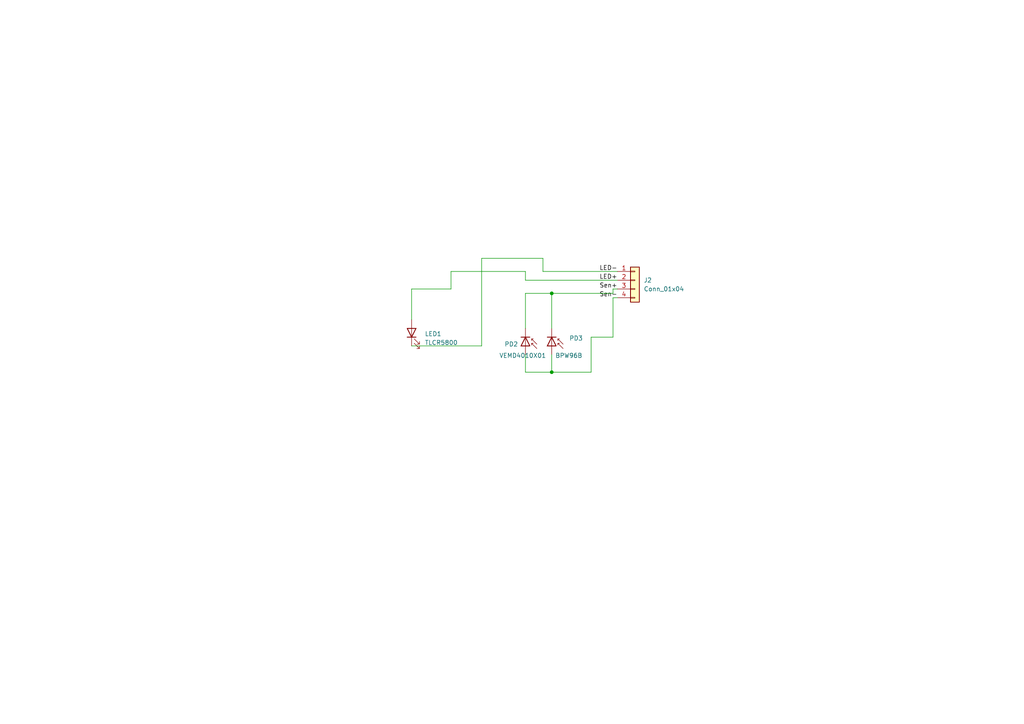
<source format=kicad_sch>
(kicad_sch (version 20231120) (generator "eeschema") (generator_version "8.0")
  (paper "A4")
  (title_block (title "Mouse SMD Sensor Board") (date "2025-01-16") (rev "${version}") (company "Design of a simple generic sensor board for SMD or THT Photo Diodes"))
  (lib_symbols
    (symbol "Connector_Generic:Conn_01x04" (pin_names (offset 1.016) hide)
      (property "Reference" "J" (at 0 5.08 0))
      (property "Value" "Conn_01x04" (at 0 -7.62 0))
      (symbol "Conn_01x04_1_1"
        (rectangle (start -1.27 -4.953) (end 0 -5.207) (stroke (width 0.1524)))
        (rectangle (start -1.27 -2.413) (end 0 -2.667) (stroke (width 0.1524)))
        (rectangle (start -1.27 0.127) (end 0 -0.127) (stroke (width 0.1524)))
        (rectangle (start -1.27 2.667) (end 0 2.413) (stroke (width 0.1524)))
        (rectangle (start -1.27 3.81) (end 1.27 -6.35) (stroke (width 0.254)) (fill (type background)))
        (pin passive line (at -5.08 2.54 0) (length 3.81) (name "Pin_1") (number "1"))
        (pin passive line (at -5.08 0 0) (length 3.81) (name "Pin_2") (number "2"))
        (pin passive line (at -5.08 -2.54 0) (length 3.81) (name "Pin_3") (number "3"))
        (pin passive line (at -5.08 -5.08 0) (length 3.81) (name "Pin_4") (number "4"))
      )
    )
    (symbol "Device:D_Photo" (pin_numbers hide) (pin_names hide)
      (property "Reference" "D" (at 0.508 1.778 0))
      (property "Value" "D_Photo" (at -1.016 -2.794 0))
      (symbol "D_Photo_0_1"
        (polyline (pts (xy -2.54 1.27) (xy -2.54 -1.27)) (stroke (width 0.254)))
        (polyline (pts (xy -2.032 1.778) (xy -1.524 1.778)))
        (polyline (pts (xy 0 0) (xy -2.54 0)))
        (polyline (pts (xy -0.508 3.302) (xy -2.032 1.778) (xy -2.032 2.286)))
        (polyline (pts (xy 0 -1.27) (xy 0 1.27) (xy -2.54 0) (xy 0 -1.27)) (stroke (width 0.254)))
        (polyline (pts (xy 0.762 3.302) (xy -0.762 1.778) (xy -0.762 2.286) (xy -0.762 1.778) (xy -0.254 1.778)))
      )
      (symbol "D_Photo_1_1"
        (pin passive line (at -5.08 0 0) (length 2.54) (name "K") (number "1"))
        (pin passive line (at 2.54 0 180) (length 2.54) (name "A") (number "2"))
      )
    )
    (symbol "Device:LED" (pin_numbers hide) (pin_names (offset 1.016) hide)
      (property "Reference" "D" (at 0 2.54 0))
      (property "Value" "LED" (at 0 -2.54 0))
      (symbol "LED_0_1"
        (polyline (pts (xy -1.27 -1.27) (xy -1.27 1.27)) (stroke (width 0.254)))
        (polyline (pts (xy -1.27 0) (xy 1.27 0)))
        (polyline (pts (xy 1.27 -1.27) (xy 1.27 1.27) (xy -1.27 0) (xy 1.27 -1.27)) (stroke (width 0.254)))
        (polyline (pts (xy -3.048 -0.762) (xy -4.572 -2.286) (xy -3.81 -2.286) (xy -4.572 -2.286) (xy -4.572 -1.524)))
        (polyline (pts (xy -1.778 -0.762) (xy -3.302 -2.286) (xy -2.54 -2.286) (xy -3.302 -2.286) (xy -3.302 -1.524)))
      )
      (symbol "LED_1_1"
        (pin passive line (at -3.81 0 0) (length 2.54) (name "K") (number "1"))
        (pin passive line (at 3.81 0 180) (length 2.54) (name "A") (number "2"))
      )
    )
  )
  (junction (at 160.02 107.95))
  (junction (at 160.02 85.09))
  (wire (pts (xy 152.4 85.09) (xy 152.4 95.25)))
  (wire (pts (xy 130.81 83.82) (xy 130.81 78.74)))
  (wire (pts (xy 157.48 74.93) (xy 157.48 78.74)))
  (wire (pts (xy 152.4 102.87) (xy 152.4 107.95)))
  (wire (pts (xy 152.4 81.28) (xy 179.07 81.28)))
  (wire (pts (xy 177.8 85.09) (xy 160.02 85.09)))
  (wire (pts (xy 177.8 97.79) (xy 171.45 97.79)))
  (wire (pts (xy 160.02 107.95) (xy 171.45 107.95)))
  (wire (pts (xy 177.8 83.82) (xy 179.07 83.82)))
  (wire (pts (xy 171.45 97.79) (xy 171.45 107.95)))
  (wire (pts (xy 160.02 102.87) (xy 160.02 107.95)))
  (wire (pts (xy 139.7 74.93) (xy 139.7 100.33)))
  (wire (pts (xy 139.7 100.33) (xy 119.38 100.33)))
  (wire (pts (xy 152.4 85.09) (xy 160.02 85.09)))
  (wire (pts (xy 177.8 97.79) (xy 177.8 86.36)))
  (wire (pts (xy 160.02 107.95) (xy 152.4 107.95)))
  (wire (pts (xy 177.8 86.36) (xy 179.07 86.36)))
  (wire (pts (xy 152.4 78.74) (xy 130.81 78.74)))
  (wire (pts (xy 177.8 85.09) (xy 177.8 83.82)))
  (wire (pts (xy 152.4 78.74) (xy 152.4 81.28)))
  (wire (pts (xy 130.81 83.82) (xy 119.38 83.82)))
  (wire (pts (xy 139.7 74.93) (xy 157.48 74.93)))
  (wire (pts (xy 157.48 78.74) (xy 179.07 78.74)))
  (wire (pts (xy 119.38 83.82) (xy 119.38 92.71)))
  (wire (pts (xy 160.02 85.09) (xy 160.02 95.25)))
  (label "Sen+" (at 179.07 83.82 180))
  (label "LED+" (at 179.07 81.28 180))
  (label "Sen-" (at 179.07 86.36 180))
  (label "LED-" (at 179.07 78.74 180))
  (symbol (lib_id "Connector_Generic:Conn_01x04") (at 184.15 81.28 0) (unit 1)
    (property "Reference" "J2" (at 186.69 81.2799 0) (effects (justify left)))
    (property "Value" "Conn_01x04" (at 186.69 83.8199 0) (effects (justify left)))
    (property "Footprint" "Connector_PinHeader_2.54mm:PinHeader_1x04_P2.54mm_Vertical" (effects (hide yes)))
    (property "Description" "Generic connector, single row, 01x04, script generated (kicad-library-utils/schlib/autogen/connector/)" (effects (hide yes)))
  )
  (symbol (lib_id "Device:LED") (at 119.38 96.52 90) (unit 1)
    (property "Reference" "LED1" (at 123.19 96.8374 90) (effects (justify right)))
    (property "Value" "TLCR5800" (at 123.19 99.3774 90) (effects (justify right)))
    (property "Footprint" "LED_THT:LED_D5.0mm" (effects (hide yes)))
    (property "Description" "Light emitting diode" (effects (hide yes)))
  )
  (symbol (lib_id "Device:D_Photo") (at 152.4 100.33 270) (unit 1)
    (property "Reference" "PD2" (at 146.304 99.822 90) (effects (justify left)))
    (property "Value" "VEMD4010X01" (at 144.78 103.124 90) (effects (justify left)))
    (property "Footprint" "Diode_SMD:D_0805_2012Metric_Pad1.15x1.40mm_HandSolder" (effects (hide yes)))
    (property "Description" "Photodiode VEMD4010X01" (effects (hide yes)))
  )
  (symbol (lib_id "Device:D_Photo") (at 160.02 100.33 270) (unit 1)
    (property "Reference" "PD3" (at 165.1 98.1074 90) (effects (justify left)))
    (property "Value" "BPW96B" (at 161.036 103.124 90) (effects (justify left)))
    (property "Footprint" "LED_THT:LED_D5.0mm" (effects (hide yes)))
    (property "Description" "Photodiode" (effects (hide yes)))
  )
)
</source>
